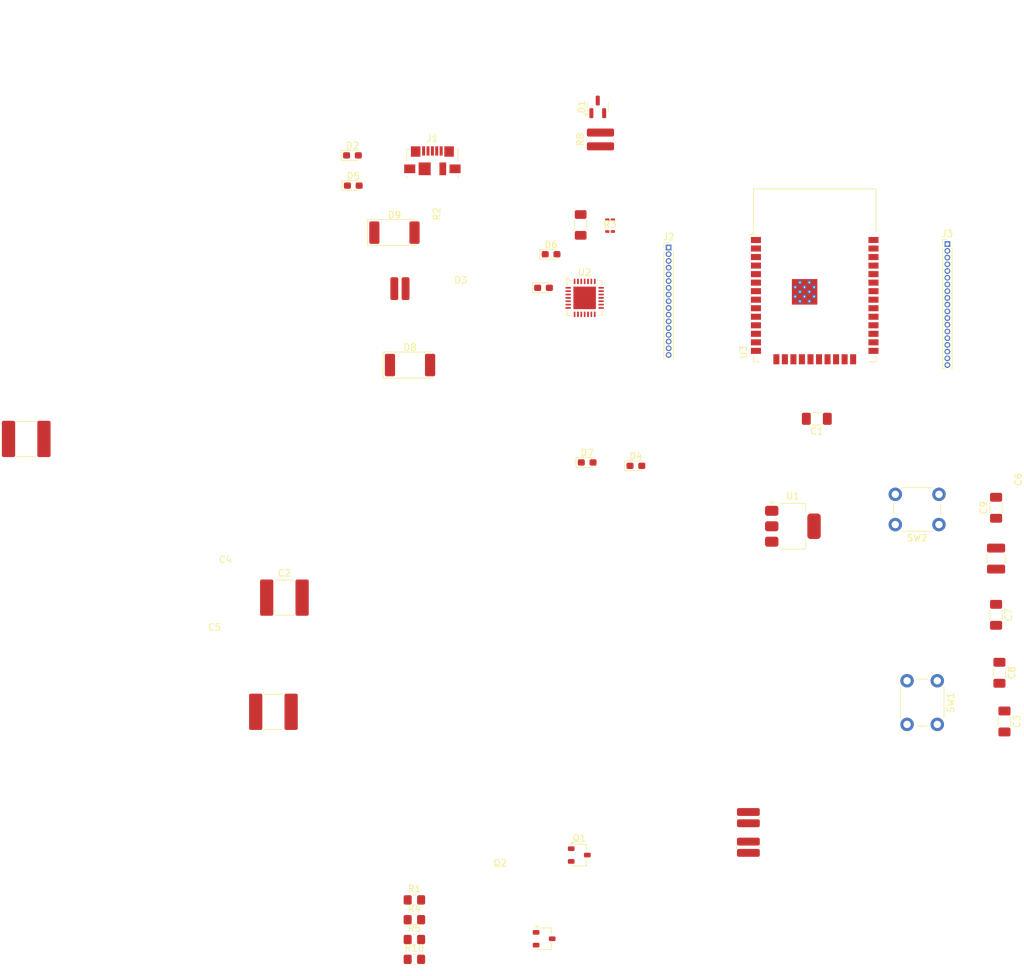
<source format=kicad_pcb>
(kicad_pcb (version 20240108) (generator "pcbnew") (generator_version "8.0")
  (layers (0 "F.Cu" signal) (31 "B.Cu" signal) (34 "B.Paste" user) (35 "F.Paste" user) (36 "B.SilkS" user "B.Silkscreen") (37 "F.SilkS" user "F.Silkscreen") (38 "B.Mask" user) (39 "F.Mask" user) (44 "Edge.Cuts" user))
  (net 0 "")
  (net 1 "/USB_DN")
  (net 2 "Net-(D2-K)")
  (net 3 "Net-(D3-K)")
  (net 4 "/USB_DP")
  (net 5 "Net-(D1A-A)")
  (net 6 "Net-(D4-K)")
  (net 7 "GND")
  (net 8 "+5V")
  (net 9 "/VDD33")
  (net 11 "Net-(U2-~{RST})")
  (net 12 "/TXD")
  (net 14 "/DTR")
  (net 16 "Net-(U2-VBUS)")
  (net 19 "Net-(U2-SUSPEND)")
  (net 20 "/RXD")
  (net 23 "/RTS")
  (net 29 "/VDD3")
  (net 34 "/SD3")
  (net 35 "/IO13")
  (net 36 "/IO25")
  (net 37 "/IO21")
  (net 38 "/CMD")
  (net 40 "/IO35")
  (net 41 "Net-(U3-IO2)")
  (net 42 "/IO15")
  (net 43 "/IO23")
  (net 44 "/IO16")
  (net 45 "/IO26")
  (net 46 "/EN")
  (net 47 "/IO18")
  (net 48 "/IO22")
  (net 49 "/CLK")
  (net 50 "/IO19")
  (net 51 "/IO27")
  (net 52 "/SD1")
  (net 53 "/IO32")
  (net 54 "/IO34")
  (net 55 "/SD0")
  (net 56 "/IO12")
  (net 57 "/IO14")
  (net 58 "/TXD0")
  (net 59 "/IO4")
  (net 60 "/IO5")
  (net 61 "/RXD0")
  (net 62 "/IO0")
  (net 63 "/SENSOR_VN")
  (net 64 "/IO17")
  (net 65 "/IO33")
  (net 66 "/SD2")
  (net 67 "/SENSOR_VP")
  (net 68 "5V")
  (net 69 "Net-(D8-A)")
  (net 70 "Net-(D9-A)")
  (net 72 "/IO2")
  (net 73 "Net-(Q1-B)")
  (net 74 "Net-(Q2-B)")
  (net 75 "/I00")
  (net 76 "/VBUS")
  (footprint "Resistor_SMD:R_0805_2012Metric_Pad1.20x1.40mm_HandSolder" (layer "F.Cu") (at 80.15 177.625)
    (property "Reference" "R1" (at 0 -1.65 0) (layer "F.SilkS"))
    (property "Value" "10k")
    (fp_line (start -0.227064 -0.735) (end 0.227064 -0.735) (stroke (width 0.12)) (layer "F.SilkS"))
    (fp_line (start -0.227064 0.735) (end 0.227064 0.735) (stroke (width 0.12)) (layer "F.SilkS"))
    (pad "1" smd roundrect (at -1 0) (size 1.2 1.4) (layers "F.Cu" "F.Paste" "F.Mask") (roundrect_rratio 0.208333) (net 9 "/VDD33"))
    (pad "2" smd roundrect (at 1 0) (size 1.2 1.4) (layers "F.Cu" "F.Paste" "F.Mask") (roundrect_rratio 0.208333) (net 46 "/EN"))
  )
  (footprint "Package_TO_SOT_SMD:SOT-223-3_TabPin2" (layer "F.Cu") (at 136.5 122)
    (property "Reference" "U1" (at 0 -4.5 360) (layer "F.SilkS"))
    (property "Value" "AMS1117-3.3")
    (fp_line (start -1.85 -3.41) (end 1.91 -3.41) (stroke (width 0.12)) (layer "F.SilkS"))
    (fp_line (start -1.85 3.41) (end 1.91 3.41) (stroke (width 0.12)) (layer "F.SilkS"))
    (fp_line (start 1.91 -3.41) (end 1.91 -2.15) (stroke (width 0.12)) (layer "F.SilkS"))
    (fp_line (start 1.91 3.41) (end 1.91 2.15) (stroke (width 0.12)) (layer "F.SilkS"))
    (fp_poly (pts (xy -3.13 -3.31) (xy -3.37 -3.64) (xy -2.89 -3.64) (xy -3.13 -3.31)) (stroke (width 0.12)) (fill solid) (layer "F.SilkS"))
    (pad "1" smd roundrect (at -3.15 -2.3) (size 2 1.5) (layers "F.Cu" "F.Paste" "F.Mask") (net 7 "GND"))
    (pad "2" smd roundrect (at -3.15 0) (size 2 1.5) (layers "F.Cu" "F.Paste" "F.Mask") (net 9 "/VDD33"))
    (pad "2" smd roundrect (at 3.15 0) (size 2 3.8) (layers "F.Cu" "F.Paste" "F.Mask") (net 9 "/VDD33"))
    (pad "3" smd roundrect (at -3.15 2.3) (size 2 1.5) (layers "F.Cu" "F.Paste" "F.Mask") (net 8 "+5V"))
  )
  (footprint "Diode_SMD:D_0603_1608Metric_Pad1.05x0.95mm_HandSolder" (layer "F.Cu") (at 70.93 66.785)
    (property "Reference" "D2" (at 0 -1.43 0) (layer "F.SilkS"))
    (property "Value" "1N53xxB")
    (fp_line (start -1.66 -0.735) (end -1.66 0.735) (stroke (width 0.12)) (layer "F.SilkS"))
    (fp_line (start -1.66 0.735) (end 0.8 0.735) (stroke (width 0.12)) (layer "F.SilkS"))
    (fp_line (start 0.8 -0.735) (end -1.66 -0.735) (stroke (width 0.12)) (layer "F.SilkS"))
    (pad "1" smd roundrect (at -0.875 0) (size 1.05 0.95) (layers "F.Cu" "F.Paste" "F.Mask") (net 2 "Net-(D2-K)"))
    (pad "2" smd roundrect (at 0.875 0) (size 1.05 0.95) (layers "F.Cu" "F.Paste" "F.Mask") (net 1 "/USB_DN"))
  )
  (footprint "Capacitor_SMD:C_1206_3216Metric_Pad1.33x1.80mm_HandSolder" (layer "F.Cu") (at 167.25 143.8125 -90)
    (property "Reference" "C8" (at 0 -1.85 90) (layer "F.SilkS"))
    (property "Value" "0.1uF")
    (fp_line (start -0.711252 0.91) (end 0.711252 0.91) (stroke (width 0.12)) (layer "F.SilkS"))
    (fp_line (start -0.711252 -0.91) (end 0.711252 -0.91) (stroke (width 0.12)) (layer "F.SilkS"))
    (pad "1" smd roundrect (at -1.5625 0 270) (size 1.325 1.8) (layers "F.Cu" "F.Paste" "F.Mask") (roundrect_rratio 0.188679) (net 7 "GND"))
    (pad "2" smd roundrect (at 1.5625 0 270) (size 1.325 1.8) (layers "F.Cu" "F.Paste" "F.Mask") (roundrect_rratio 0.188679) (net 62 "/IO0"))
  )
  (footprint "Capacitor_SMD:C_1206_3216Metric_Pad1.33x1.80mm_HandSolder" (layer "F.Cu") (at 140.0625 106 180)
    (property "Reference" "C1" (at 0 -1.85 360) (layer "F.SilkS"))
    (property "Value" "0.1uF")
    (fp_line (start -0.711252 0.91) (end 0.711252 0.91) (stroke (width 0.12)) (layer "F.SilkS"))
    (fp_line (start -0.711252 -0.91) (end 0.711252 -0.91) (stroke (width 0.12)) (layer "F.SilkS"))
    (pad "1" smd roundrect (at -1.5625 0 180) (size 1.325 1.8) (layers "F.Cu" "F.Paste" "F.Mask") (roundrect_rratio 0.188679) (net 46 "/EN"))
    (pad "2" smd roundrect (at 1.5625 0 180) (size 1.325 1.8) (layers "F.Cu" "F.Paste" "F.Mask") (roundrect_rratio 0.188679) (net 7 "GND"))
  )
  (footprint "Capacitor_SMD:C_2220_5750Metric_Pad1.97x5.40mm_HandSolder" (layer "F.Cu") (at 59.1625 149.625)
    (property "Reference" "C5" (at -8.775 -12.6 0) (layer "F.SilkS"))
    (property "Value" "22uF")
    (fp_line (start -1.415748 -2.61) (end 1.415748 -2.61) (stroke (width 0.12)) (layer "F.SilkS"))
    (fp_line (start -1.415748 2.61) (end 1.415748 2.61) (stroke (width 0.12)) (layer "F.SilkS"))
    (pad "1" smd roundrect (at -2.6375 0) (size 1.975 5.4) (layers "F.Cu" "F.Paste" "F.Mask") (roundrect_rratio 0.126582) (net 9 "/VDD33"))
    (pad "2" smd roundrect (at 2.6375 0) (size 1.975 5.4) (layers "F.Cu" "F.Paste" "F.Mask") (roundrect_rratio 0.126582) (net 7 "GND"))
  )
  (footprint "Capacitor_SMD:C_1206_3216Metric_Pad1.33x1.80mm_HandSolder" (layer "F.Cu") (at 168 151.0625 -90)
    (property "Reference" "C3" (at 0 -1.85 90) (layer "F.SilkS"))
    (property "Value" "0.1uF")
    (fp_line (start -0.711252 0.91) (end 0.711252 0.91) (stroke (width 0.12)) (layer "F.SilkS"))
    (fp_line (start -0.711252 -0.91) (end 0.711252 -0.91) (stroke (width 0.12)) (layer "F.SilkS"))
    (pad "1" smd roundrect (at -1.5625 0 270) (size 1.325 1.8) (layers "F.Cu" "F.Paste" "F.Mask") (roundrect_rratio 0.188679) (net 9 "/VDD33"))
    (pad "2" smd roundrect (at 1.5625 0 270) (size 1.325 1.8) (layers "F.Cu" "F.Paste" "F.Mask") (roundrect_rratio 0.188679) (net 7 "GND"))
  )
  (footprint "Capacitor_SMD:C_1210_3225Metric_Pad1.33x2.70mm_HandSolder" (layer "F.Cu") (at 166.75 126.8125 -90)
    (property "Reference" "C6" (at -11.78 -3.315 90) (layer "F.SilkS"))
    (property "Value" "4.7uF")
    (fp_line (start -0.711252 1.36) (end 0.711252 1.36) (stroke (width 0.12)) (layer "F.SilkS"))
    (fp_line (start -0.711252 -1.36) (end 0.711252 -1.36) (stroke (width 0.12)) (layer "F.SilkS"))
    (pad "1" smd roundrect (at -1.5625 0 270) (size 1.325 2.7) (layers "F.Cu" "F.Paste" "F.Mask") (roundrect_rratio 0.188679) (net 29 "/VDD3"))
    (pad "2" smd roundrect (at 1.5625 0 270) (size 1.325 2.7) (layers "F.Cu" "F.Paste" "F.Mask") (roundrect_rratio 0.188679) (net 7 "GND"))
  )
  (footprint "Resistor_SMD:R_0612_1632Metric_Pad1.18x3.40mm_HandSolder" (layer "F.Cu") (at 129.875 165.3775 90)
    (property "Reference" "R9" (hide yes))
    (property "Value" "2k")
    (fp_line (start -0.182983 -1.71) (end 0.182983 -1.71) (stroke (width 0.12)) (layer "F.SilkS"))
    (fp_line (start -0.182983 1.71) (end 0.182983 1.71) (stroke (width 0.12)) (layer "F.SilkS"))
    (pad "1" smd roundrect (at -0.8375 0 90) (size 1.175 3.4) (layers "F.Cu" "F.Paste" "F.Mask") (roundrect_rratio 0.212766) (net 9 "/VDD33"))
    (pad "2" smd roundrect (at 0.8375 0 90) (size 1.175 3.4) (layers "F.Cu" "F.Paste" "F.Mask") (roundrect_rratio 0.212766) (net 11 "Net-(U2-~{RST})"))
  )
  (footprint "Capacitor_SMD:C_1206_3216Metric_Pad1.33x1.80mm_HandSolder" (layer "F.Cu") (at 166.75 135.1875 -90)
    (property "Reference" "C7" (at 0 -1.85 90) (layer "F.SilkS"))
    (property "Value" "0.1uF")
    (fp_line (start -0.711252 0.91) (end 0.711252 0.91) (stroke (width 0.12)) (layer "F.SilkS"))
    (fp_line (start -0.711252 -0.91) (end 0.711252 -0.91) (stroke (width 0.12)) (layer "F.SilkS"))
    (pad "1" smd roundrect (at -1.5625 0 270) (size 1.325 1.8) (layers "F.Cu" "F.Paste" "F.Mask") (roundrect_rratio 0.188679) (net 29 "/VDD3"))
    (pad "2" smd roundrect (at 1.5625 0 270) (size 1.325 1.8) (layers "F.Cu" "F.Paste" "F.Mask") (roundrect_rratio 0.188679) (net 7 "GND"))
  )
  (footprint "Diode_SMD:D_0603_1608Metric_Pad1.05x0.95mm_HandSolder" (layer "F.Cu") (at 113.125 113)
    (property "Reference" "D4" (at 0 -1.43 0) (layer "F.SilkS"))
    (property "Value" "1N53xxB")
    (fp_line (start -1.66 -0.735) (end -1.66 0.735) (stroke (width 0.12)) (layer "F.SilkS"))
    (fp_line (start -1.66 0.735) (end 0.8 0.735) (stroke (width 0.12)) (layer "F.SilkS"))
    (fp_line (start 0.8 -0.735) (end -1.66 -0.735) (stroke (width 0.12)) (layer "F.SilkS"))
    (pad "1" smd roundrect (at -0.875 0) (size 1.05 0.95) (layers "F.Cu" "F.Paste" "F.Mask") (net 6 "Net-(D4-K)"))
    (pad "2" smd roundrect (at 0.875 0) (size 1.05 0.95) (layers "F.Cu" "F.Paste" "F.Mask") (net 5 "Net-(D1A-A)"))
  )
  (footprint "Button_Switch_THT:SW_PUSH_6mm_H4.3mm" (layer "F.Cu") (at 158.25 121.75 180)
    (property "Reference" "SW2" (at 3.25 -2 360) (layer "F.SilkS"))
    (property "Value" "SW_Push")
    (fp_line (start 6.75 3) (end 6.75 1.5) (stroke (width 0.12)) (layer "F.SilkS"))
    (fp_line (start 5.5 -1) (end 1 -1) (stroke (width 0.12)) (layer "F.SilkS"))
    (fp_line (start 1 5.5) (end 5.5 5.5) (stroke (width 0.12)) (layer "F.SilkS"))
    (fp_line (start -0.25 1.5) (end -0.25 3) (stroke (width 0.12)) (layer "F.SilkS"))
    (pad "1" thru_hole circle (at 0 0 270) (size 2 2) (drill 1.1) (layers "*.Cu" "*.Mask") (net 7 "GND"))
    (pad "1" thru_hole circle (at 6.5 0 270) (size 2 2) (drill 1.1) (layers "*.Cu" "*.Mask") (net 7 "GND"))
    (pad "2" thru_hole circle (at 0 4.5 270) (size 2 2) (drill 1.1) (layers "*.Cu" "*.Mask") (net 46 "/EN"))
    (pad "2" thru_hole circle (at 6.5 4.5 270) (size 2 2) (drill 1.1) (layers "*.Cu" "*.Mask") (net 46 "/EN"))
  )
  (footprint "Resistor_SMD:R_0201_0603Metric_Pad0.64x0.40mm_HandSolder" (layer "F.Cu") (at 109.285 76.37)
    (property "Reference" "R2" (at -25.785 -0.87 90) (layer "F.SilkS"))
    (property "Value" "100")
    (pad "1" smd roundrect (at -0.4075 0) (size 0.635 0.4) (layers "F.Cu" "F.Mask") (net 58 "/TXD0"))
    (pad "2" smd roundrect (at 0.4075 0) (size 0.635 0.4) (layers "F.Cu" "F.Mask") (net 20 "/RXD"))
  )
  (footprint "Resistor_SMD:R_0815_2038Metric_Pad1.20x4.05mm_HandSolder" (layer "F.Cu") (at 107.855 64.4125 90)
    (property "Reference" "R8" (at 0 -2.98 90) (layer "F.SilkS"))
    (property "Value" "22.1k")
    (fp_line (start -0.210242 -1.985) (end 0.210242 -1.985) (stroke (width 0.12)) (layer "F.SilkS"))
    (fp_line (start -0.210242 1.985) (end 0.210242 1.985) (stroke (width 0.12)) (layer "F.SilkS"))
    (pad "1" smd roundrect (at -1.025 0 90) (size 1.2 4.05) (layers "F.Cu" "F.Paste" "F.Mask") (roundrect_rratio 0.208333) (net 76 "/VBUS"))
    (pad "2" smd roundrect (at 1.025 0 90) (size 1.2 4.05) (layers "F.Cu" "F.Paste" "F.Mask") (roundrect_rratio 0.208333) (net 16 "Net-(U2-VBUS)"))
  )
  (footprint "LED_SMD:LED_2512_6332Metric_Pad1.52x3.35mm_HandSolder" (layer "F.Cu") (at 79.5 98)
    (property "Reference" "D8" (at 0 -2.62 0) (layer "F.SilkS"))
    (property "Value" "LED")
    (fp_line (start -4.01 -1.935) (end -4.01 1.935) (stroke (width 0.12)) (layer "F.SilkS"))
    (fp_line (start -4.01 1.935) (end 3.15 1.935) (stroke (width 0.12)) (layer "F.SilkS"))
    (fp_line (start 3.15 -1.935) (end -4.01 -1.935) (stroke (width 0.12)) (layer "F.SilkS"))
    (pad "1" smd roundrect (at -2.9875 0) (size 1.525 3.35) (layers "F.Cu" "F.Paste" "F.Mask") (roundrect_rratio 0.163934) (net 7 "GND"))
    (pad "2" smd roundrect (at 2.9875 0) (size 1.525 3.35) (layers "F.Cu" "F.Paste" "F.Mask") (roundrect_rratio 0.163934) (net 69 "Net-(D8-A)"))
  )
  (footprint "Diode_SMD:D_0603_1608Metric_Pad1.05x0.95mm_HandSolder" (layer "F.Cu") (at 71.055 71.285)
    (property "Reference" "D5" (at 0 -1.43 0) (layer "F.SilkS"))
    (property "Value" "1N53xxB")
    (fp_line (start -1.66 -0.735) (end -1.66 0.735) (stroke (width 0.12)) (layer "F.SilkS"))
    (fp_line (start -1.66 0.735) (end 0.8 0.735) (stroke (width 0.12)) (layer "F.SilkS"))
    (fp_line (start 0.8 -0.735) (end -1.66 -0.735) (stroke (width 0.12)) (layer "F.SilkS"))
    (pad "1" smd roundrect (at -0.875 0) (size 1.05 0.95) (layers "F.Cu" "F.Paste" "F.Mask") (net 2 "Net-(D2-K)"))
    (pad "2" smd roundrect (at 0.875 0) (size 1.05 0.95) (layers "F.Cu" "F.Paste" "F.Mask") (net 7 "GND"))
  )
  (footprint "Package_TO_SOT_SMD:SOT-23W" (layer "F.Cu") (at 99.47 183.41)
    (property "Reference" "Q2" (at -6.55 -11.26 0) (layer "F.SilkS"))
    (property "Value" "NPN")
    (fp_line (start -1.075 1.61) (end 1.075 1.61) (stroke (width 0.12)) (layer "F.SilkS"))
    (fp_line (start -0.525 -1.61) (end 1.075 -1.61) (stroke (width 0.12)) (layer "F.SilkS"))
    (fp_line (start 1.075 -1.61) (end 1.075 -0.7) (stroke (width 0.12)) (layer "F.SilkS"))
    (fp_line (start 1.075 0.7) (end 1.075 1.61) (stroke (width 0.12)) (layer "F.SilkS"))
    (fp_poly (pts (xy -1.025 -1.56) (xy -1.265 -1.89) (xy -0.785 -1.89) (xy -1.025 -1.56)) (stroke (width 0.12)) (fill solid) (layer "F.SilkS"))
    (pad "1" smd roundrect (at -1.2 -0.95) (size 1 0.7) (layers "F.Cu" "F.Paste" "F.Mask") (net 75 "/I00"))
    (pad "2" smd roundrect (at -1.2 0.95) (size 1 0.7) (layers "F.Cu" "F.Paste" "F.Mask") (net 74 "Net-(Q2-B)"))
    (pad "3" smd roundrect (at 1.2 0) (size 1 0.7) (layers "F.Cu" "F.Paste" "F.Mask") (net 14 "/DTR"))
  )
  (footprint "Capacitor_SMD:C_1206_3216Metric_Pad1.33x1.80mm_HandSolder" (layer "F.Cu") (at 166.75 119.25 90)
    (property "Reference" "C9" (at 0 -1.85 90) (layer "F.SilkS"))
    (property "Value" "0.1uF")
    (fp_line (start -0.711252 -0.91) (end 0.711252 -0.91) (stroke (width 0.12)) (layer "F.SilkS"))
    (fp_line (start -0.711252 0.91) (end 0.711252 0.91) (stroke (width 0.12)) (layer "F.SilkS"))
    (pad "1" smd roundrect (at -1.5625 0 90) (size 1.325 1.8) (layers "F.Cu" "F.Paste" "F.Mask") (roundrect_rratio 0.188679) (net 7 "GND"))
    (pad "2" smd roundrect (at 1.5625 0 90) (size 1.325 1.8) (layers "F.Cu" "F.Paste" "F.Mask") (roundrect_rratio 0.188679) (net 46 "/EN"))
  )
  (footprint "Resistor_SMD:R_0805_2012Metric_Pad1.20x1.40mm_HandSolder" (layer "F.Cu") (at 80.15 180.575)
    (property "Reference" "R4" (at 0 -1.65 0) (layer "F.SilkS"))
    (property "Value" "10k")
    (fp_line (start -0.227064 -0.735) (end 0.227064 -0.735) (stroke (width 0.12)) (layer "F.SilkS"))
    (fp_line (start -0.227064 0.735) (end 0.227064 0.735) (stroke (width 0.12)) (layer "F.SilkS"))
    (pad "1" smd roundrect (at -1 0) (size 1.2 1.4) (layers "F.Cu" "F.Paste" "F.Mask") (roundrect_rratio 0.208333) (net 14 "/DTR"))
    (pad "2" smd roundrect (at 1 0) (size 1.2 1.4) (layers "F.Cu" "F.Paste" "F.Mask") (roundrect_rratio 0.208333) (net 73 "Net-(Q1-B)"))
  )
  (footprint "LED_SMD:LED_2512_6332Metric_Pad1.52x3.35mm_HandSolder" (layer "F.Cu") (at 77.18 78.285)
    (property "Reference" "D9" (at 0 -2.62 360) (layer "F.SilkS"))
    (property "Value" "LED")
    (fp_line (start -4.01 -1.935) (end -4.01 1.935) (stroke (width 0.12)) (layer "F.SilkS"))
    (fp_line (start -4.01 1.935) (end 3.15 1.935) (stroke (width 0.12)) (layer "F.SilkS"))
    (fp_line (start 3.15 -1.935) (end -4.01 -1.935) (stroke (width 0.12)) (layer "F.SilkS"))
    (pad "1" smd roundrect (at -2.9875 0) (size 1.525 3.35) (layers "F.Cu" "F.Paste" "F.Mask") (roundrect_rratio 0.163934) (net 7 "GND"))
    (pad "2" smd roundrect (at 2.9875 0) (size 1.525 3.35) (layers "F.Cu" "F.Paste" "F.Mask") (roundrect_rratio 0.163934) (net 70 "Net-(D9-A)"))
  )
  (footprint "Package_TO_SOT_SMD:SOT-23W" (layer "F.Cu") (at 104.7 170.95)
    (property "Reference" "Q1" (at 0 -2.5 0) (layer "F.SilkS"))
    (property "Value" "NPN")
    (fp_line (start -1.075 1.61) (end 1.075 1.61) (stroke (width 0.12)) (layer "F.SilkS"))
    (fp_line (start -0.525 -1.61) (end 1.075 -1.61) (stroke (width 0.12)) (layer "F.SilkS"))
    (fp_line (start 1.075 -1.61) (end 1.075 -0.7) (stroke (width 0.12)) (layer "F.SilkS"))
    (fp_line (start 1.075 0.7) (end 1.075 1.61) (stroke (width 0.12)) (layer "F.SilkS"))
    (fp_poly (pts (xy -1.025 -1.56) (xy -1.265 -1.89) (xy -0.785 -1.89) (xy -1.025 -1.56)) (stroke (width 0.12)) (fill solid) (layer "F.SilkS"))
    (pad "1" smd roundrect (at -1.2 -0.95) (size 1 0.7) (layers "F.Cu" "F.Paste" "F.Mask") (net 46 "/EN"))
    (pad "2" smd roundrect (at -1.2 0.95) (size 1 0.7) (layers "F.Cu" "F.Paste" "F.Mask") (net 73 "Net-(Q1-B)"))
    (pad "3" smd roundrect (at 1.2 0) (size 1 0.7) (layers "F.Cu" "F.Paste" "F.Mask") (net 23 "/RTS"))
  )
  (footprint "Resistor_SMD:R_0612_1632Metric_Pad1.18x3.40mm_HandSolder" (layer "F.Cu") (at 129.875 169.7875 90)
    (property "Reference" "R6" (hide yes))
    (property "Value" "2k")
    (fp_line (start -0.182983 -1.71) (end 0.182983 -1.71) (stroke (width 0.12)) (layer "F.SilkS"))
    (fp_line (start -0.182983 1.71) (end 0.182983 1.71) (stroke (width 0.12)) (layer "F.SilkS"))
    (pad "1" smd roundrect (at -0.8375 0 90) (size 1.175 3.4) (layers "F.Cu" "F.Paste" "F.Mask") (roundrect_rratio 0.212766) (net 8 "+5V"))
    (pad "2" smd roundrect (at 0.8375 0 90) (size 1.175 3.4) (layers "F.Cu" "F.Paste" "F.Mask") (roundrect_rratio 0.212766) (net 69 "Net-(D8-A)"))
  )
  (footprint "Connector_PinHeader_1.00mm:PinHeader_1x19_P1.00mm_Vertical" (layer "F.Cu") (at 159.5 80)
    (property "Reference" "J3" (at 0 -1.56 0) (layer "F.SilkS"))
    (property "Value" "Conn_01x19_Pin")
    (fp_line (start -0.695 -0.685) (end 0 -0.685) (stroke (width 0.12)) (layer "F.SilkS"))
    (fp_line (start -0.695 0) (end -0.695 -0.685) (stroke (width 0.12)) (layer "F.SilkS"))
    (fp_line (start -0.695 0.685) (end -0.695 18.56) (stroke (width 0.12)) (layer "F.SilkS"))
    (fp_line (start -0.695 0.685) (end -0.608276 0.685) (stroke (width 0.12)) (layer "F.SilkS"))
    (fp_line (start -0.695 18.56) (end -0.394493 18.56) (stroke (width 0.12)) (layer "F.SilkS"))
    (fp_line (start 0.394493 18.56) (end 0.695 18.56) (stroke (width 0.12)) (layer "F.SilkS"))
    (fp_line (start 0.608276 0.685) (end 0.695 0.685) (stroke (width 0.12)) (layer "F.SilkS"))
    (fp_line (start 0.695 0.685) (end 0.695 18.56) (stroke (width 0.12)) (layer "F.SilkS"))
    (pad "1" thru_hole rect (at 0 0) (size 0.85 0.85) (drill 0.5) (layers "*.Cu" "*.Mask") (net 7 "GND"))
    (pad "2" thru_hole oval (at 0 1) (size 0.85 0.85) (drill 0.5) (layers "*.Cu" "*.Mask") (net 43 "/IO23"))
    (pad "3" thru_hole oval (at 0 2) (size 0.85 0.85) (drill 0.5) (layers "*.Cu" "*.Mask") (net 48 "/IO22"))
    (pad "4" thru_hole oval (at 0 3) (size 0.85 0.85) (drill 0.5) (layers "*.Cu" "*.Mask") (net 58 "/TXD0"))
    (pad "5" thru_hole oval (at 0 4) (size 0.85 0.85) (drill 0.5) (layers "*.Cu" "*.Mask") (net 61 "/RXD0"))
    (pad "6" thru_hole oval (at 0 5) (size 0.85 0.85) (drill 0.5) (layers "*.Cu" "*.Mask") (net 37 "/IO21"))
    (pad "7" thru_hole oval (at 0 6) (size 0.85 0.85) (drill 0.5) (layers "*.Cu" "*.Mask") (net 7 "GND"))
    (pad "8" thru_hole oval (at 0 7) (size 0.85 0.85) (drill 0.5) (layers "*.Cu" "*.Mask") (net 50 "/IO19"))
    (pad "9" thru_hole oval (at 0 8) (size 0.85 0.85) (drill 0.5) (layers "*.Cu" "*.Mask") (net 47 "/IO18"))
    (pad "10" thru_hole oval (at 0 9) (size 0.85 0.85) (drill 0.5) (layers "*.Cu" "*.Mask") (net 60 "/IO5"))
    (pad "11" thru_hole oval (at 0 10) (size 0.85 0.85) (drill 0.5) (layers "*.Cu" "*.Mask") (net 64 "/IO17"))
    (pad "12" thru_hole oval (at 0 11) (size 0.85 0.85) (drill 0.5) (layers "*.Cu" "*.Mask") (net 44 "/IO16"))
    (pad "13" thru_hole oval (at 0 12) (size 0.85 0.85) (drill 0.5) (layers "*.Cu" "*.Mask") (net 59 "/IO4"))
    (pad "14" thru_hole oval (at 0 13) (size 0.85 0.85) (drill 0.5) (layers "*.Cu" "*.Mask") (net 62 "/IO0"))
    (pad "15" thru_hole oval (at 0 14) (size 0.85 0.85) (drill 0.5) (layers "*.Cu" "*.Mask") (net 72 "/IO2"))
    (pad "16" thru_hole oval (at 0 15) (size 0.85 0.85) (drill 0.5) (layers "*.Cu" "*.Mask") (net 42 "/IO15"))
    (pad "17" thru_hole oval (at 0 16) (size 0.85 0.85) (drill 0.5) (layers "*.Cu" "*.Mask") (net 52 "/SD1"))
    (pad "18" thru_hole oval (at 0 17) (size 0.85 0.85) (drill 0.5) (layers "*.Cu" "*.Mask") (net 55 "/SD0"))
    (pad "19" thru_hole oval (at 0 18) (size 0.85 0.85) (drill 0.5) (layers "*.Cu" "*.Mask") (net 49 "/CLK"))
  )
  (footprint "RF_Module:ESP32-WROOM-32D" (layer "F.Cu") (at 139.75 87.63)
    (property "Reference" "U3" (at -10.61 8.43 90) (layer "F.SilkS"))
    (property "Value" "ESP32-WROOM-32D")
    (fp_line (start -9.12 -15.86) (end -9.12 -9.7) (stroke (width 0.12)) (layer "F.SilkS"))
    (fp_line (start -9.12 -15.86) (end 9.12 -15.86) (stroke (width 0.12)) (layer "F.SilkS"))
    (fp_line (start -9.12 9.1) (end -9.12 9.88) (stroke (width 0.12)) (layer "F.SilkS"))
    (fp_line (start -9.12 9.88) (end -8.12 9.88) (stroke (width 0.12)) (layer "F.SilkS"))
    (fp_line (start 9.12 -15.86) (end 9.12 -9.445) (stroke (width 0.12)) (layer "F.SilkS"))
    (fp_line (start 9.12 9.1) (end 9.12 9.88) (stroke (width 0.12)) (layer "F.SilkS"))
    (fp_line (start 9.12 9.88) (end 8.12 9.88) (stroke (width 0.12)) (layer "F.SilkS"))
    (fp_poly (pts (xy -9.125 -8.975) (xy -9.625 -8.975) (xy -9.125 -9.475) (xy -9.125 -8.975)) (stroke (width 0.12)) (fill solid) (layer "F.SilkS"))
    (pad "1" smd rect (at -8.75 -8.25) (size 1.5 0.9) (layers "F.Cu" "F.Paste" "F.Mask") (net 7 "GND"))
    (pad "2" smd rect (at -8.75 -6.98) (size 1.5 0.9) (layers "F.Cu" "F.Paste" "F.Mask") (net 9 "/VDD33"))
    (pad "3" smd rect (at -8.75 -5.71) (size 1.5 0.9) (layers "F.Cu" "F.Paste" "F.Mask") (net 46 "/EN"))
    (pad "4" smd rect (at -8.75 -4.44) (size 1.5 0.9) (layers "F.Cu" "F.Paste" "F.Mask") (net 67 "/SENSOR_VP"))
    (pad "5" smd rect (at -8.75 -3.17) (size 1.5 0.9) (layers "F.Cu" "F.Paste" "F.Mask") (net 63 "/SENSOR_VN"))
    (pad "6" smd rect (at -8.75 -1.9) (size 1.5 0.9) (layers "F.Cu" "F.Paste" "F.Mask") (net 54 "/IO34"))
    (pad "7" smd rect (at -8.75 -0.63) (size 1.5 0.9) (layers "F.Cu" "F.Paste" "F.Mask") (net 40 "/IO35"))
    (pad "8" smd rect (at -8.75 0.64) (size 1.5 0.9) (layers "F.Cu" "F.Paste" "F.Mask") (net 53 "/IO32"))
    (pad "9" smd rect (at -8.75 1.91) (size 1.5 0.9) (layers "F.Cu" "F.Paste" "F.Mask") (net 65 "/IO33"))
    (pad "10" smd rect (at -8.75 3.18) (size 1.5 0.9) (layers "F.Cu" "F.Paste" "F.Mask") (net 36 "/IO25"))
    (pad "11" smd rect (at -8.75 4.45) (size 1.5 0.9) (layers "F.Cu" "F.Paste" "F.Mask") (net 45 "/IO26"))
    (pad "12" smd rect (at -8.75 5.72) (size 1.5 0.9) (layers "F.Cu" "F.Paste" "F.Mask") (net 51 "/IO27"))
    (pad "13" smd rect (at -8.75 6.99) (size 1.5 0.9) (layers "F.Cu" "F.Paste" "F.Mask") (net 57 "/IO14"))
    (pad "14" smd rect (at -8.75 8.26) (size 1.5 0.9) (layers "F.Cu" "F.Paste" "F.Mask") (net 56 "/IO12"))
    (pad "15" smd rect (at -5.71 9.51 90) (size 1.5 0.9) (layers "F.Cu" "F.Paste" "F.Mask") (net 7 "GND"))
    (pad "16" smd rect (at -4.44 9.51 90) (size 1.5 0.9) (layers "F.Cu" "F.Paste" "F.Mask") (net 35 "/IO13"))
    (pad "17" smd rect (at -3.17 9.51 90) (size 1.5 0.9) (layers "F.Cu" "F.Paste" "F.Mask") (net 66 "/SD2"))
    (pad "18" smd rect (at -1.9 9.51 90) (size 1.5 0.9) (layers "F.Cu" "F.Paste" "F.Mask") (net 34 "/SD3"))
    (pad "19" smd rect (at -0.63 9.51 90) (size 1.5 0.9) (layers "F.Cu" "F.Paste" "F.Mask") (net 38 "/CMD"))
    (pad "20" smd rect (at 0.64 9.51 90) (size 1.5 0.9) (layers "F.Cu" "F.Paste" "F.Mask") (net 49 "/CLK"))
    (pad "21" smd rect (at 1.91 9.51 90) (size 1.5 0.9) (layers "F.Cu" "F.Paste" "F.Mask") (net 55 "/SD0"))
    (pad "22" smd rect (at 3.18 9.51 90) (size 1.5 0.9) (layers "F.Cu" "F.Paste" "F.Mask") (net 52 "/SD1"))
    (pad "23" smd rect (at 4.45 9.51 90) (size 1.5 0.9) (layers "F.Cu" "F.Paste" "F.Mask") (net 42 "/IO15"))
    (pad "24" smd rect (at 5.72 9.51 90) (size 1.5 0.9) (layers "F.Cu" "F.Paste" "F.Mask") (net 41 "Net-(U3-IO2)"))
    (pad "25" smd rect (at 8.75 8.26) (size 1.5 0.9) (layers "F.Cu" "F.Paste" "F.Mask") (net 62 "/IO0"))
    (pad "26" smd rect (at 8.75 6.99) (size 1.5 0.9) (layers "F.Cu" "F.Paste" "F.Mask") (net 59 "/IO4"))
    (pad "27" smd rect (at 8.75 5.72) (size 1.5 0.9) (layers "F.Cu" "F.Paste" "F.Mask") (net 44 "/IO16"))
    (pad "28" smd rect (at 8.75 4.45) (size 1.5 0.9) (layers "F.Cu" "F.Paste" "F.Mask") (net 64 "/IO17"))
    (pad "29" smd rect (at 8.75 3.18) (size 1.5 0.9) (layers "F.Cu" "F.Paste" "F.Mask") (net 60 "/IO5"))
    (pad "30" smd rect (at 8.75 1.91) (size 1.5 0.9) (layers "F.Cu" "F.Paste" "F.Mask") (net 47 "/IO18"))
    (pad "31" smd rect (at 8.75 0.64) (size 1.5 0.9) (layers "F.Cu" "F.Paste" "F.Mask") (net 50 "/IO19"))
    (pad "32" smd rect (at 8.75 -0.63) (size 1.5 0.9) (layers "F.Cu" "F.Paste" "F.Mask"))
    (pad "33" smd rect (at 8.75 -1.9) (size 1.5 0.9) (layers "F.Cu" "F.Paste" "F.Mask") (net 37 "/IO21"))
    (pad "34" smd rect (at 8.75 -3.17) (size 1.5 0.9) (layers "F.Cu" "F.Paste" "F.Mask") (net 61 "/RXD0"))
    (pad "35" smd rect (at 8.75 -4.44) (size 1.5 0.9) (layers "F.Cu" "F.Paste" "F.Mask") (net 58 "/TXD0"))
    (pad "36" smd rect (at 8.75 -5.71) (size 1.5 0.9) (layers "F.Cu" "F.Paste" "F.Mask") (net 48 "/IO22"))
    (pad "37" smd rect (at 8.75 -6.98) (size 1.5 0.9) (layers "F.Cu" "F.Paste" "F.Mask") (net 43 "/IO23"))
    (pad "38" smd rect (at 8.75 -8.25) (size 1.5 0.9) (layers "F.Cu" "F.Paste" "F.Mask") (net 7 "GND"))
    (pad "39" smd rect (at -2.9 -1.93) (size 0.9 0.9) (layers "F.Cu" "F.Paste") (net 7 "GND"))
    (pad "39" thru_hole circle (at -2.9 -1.23) (size 0.6 0.6) (drill 0.2) (property pad_prop_heatsink) (layers "*.Cu" "F.Mask") (net 7 "GND"))
    (pad "39" smd rect (at -2.9 -0.53) (size 0.9 0.9) (layers "F.Cu" "F.Paste") (net 7 "GND"))
    (pad "39" thru_hole circle (at -2.9 0.17) (size 0.6 0.6) (drill 0.2) (property pad_prop_heatsink) (layers "*.Cu" "F.Mask") (net 7 "GND"))
    (pad "39" smd rect (at -2.9 0.87) (size 0.9 0.9) (layers "F.Cu" "F.Paste") (net 7 "GND"))
    (pad "39" thru_hole circle (at -2.2 -1.93) (size 0.6 0.6) (drill 0.2) (property pad_prop_heatsink) (layers "*.Cu" "F.Mask") (net 7 "GND"))
    (pad "39" thru_hole circle (at -2.2 -0.53) (size 0.6 0.6) (drill 0.2) (property pad_prop_heatsink) (layers "*.Cu" "F.Mask") (net 7 "GND"))
    (pad "39" thru_hole circle (at -2.2 0.87) (size 0.6 0.6) (drill 0.2) (property pad_prop_heatsink) (layers "*.Cu" "F.Mask") (net 7 "GND"))
    (pad "39" thru_hole circle (at -1.525 -1.23) (size 0.6 0.6) (drill 0.2) (property pad_prop_heatsink) (layers "*.Cu" "F.Mask") (net 7 "GND"))
    (pad "39" thru_hole circle (at -1.525 0.17) (size 0.6 0.6) (drill 0.2) (property pad_prop_heatsink) (layers "*.Cu" "F.Mask") (net 7 "GND"))
    (pad "39" smd rect (at -1.5 -1.93) (size 0.9 0.9) (layers "F.Cu" "F.Paste") (net 7 "GND"))
    (pad "39" smd rect (at -1.5 -0.53) (size 0.9 0.9) (layers "F.Cu" "F.Paste") (net 7 "GND"))
    (pad "39" smd rect (at -1.5 -0.53) (size 3.8 3.8) (property pad_prop_heatsink) (layers "F.Cu" "F.Mask") (net 7 "GND"))
    (pad "39" smd rect (at -1.5 0.87) (size 0.9 0.9) (layers "F.Cu" "F.Paste") (net 7 "GND"))
    (pad "39" thru_hole circle (at -0.8 -1.93) (size 0.6 0.6) (drill 0.2) (property pad_prop_heatsink) (layers "*.Cu" "F.Mask") (net 7 "GND"))
    (pad "39" thru_hole circle (at -0.8 -0.53) (size 0.6 0.6) (drill 0.2) (property pad_prop_heatsink) (layers "*.Cu" "F.Mask") (net 7 "GND"))
    (pad "39" thru_hole circle (at -0.8 0.87) (size 0.6 0.6) (drill 0.2) (property pad_prop_heatsink) (layers "*.Cu" "F.Mask") (net 7 "GND"))
    (pad "39" smd rect (at -0.1 -1.93) (size 0.9 0.9) (layers "F.Cu" "F.Paste") (net 7 "GND"))
    (pad "39" thru_hole circle (at -0.1 -1.23) (size 0.6 0.6) (drill 0.2) (property pad_prop_heatsink) (layers "*.Cu" "F.Mask") (net 7 "GND"))
    (pad "39" smd rect (at -0.1 -0.53) (size 0.9 0.9) (layers "F.Cu" "F.Paste") (net 7 "GND"))
    (pad "39" thru_hole circle (at -0.1 0.17) (size 0.6 0.6) (drill 0.2) (property pad_prop_heatsink) (layers "*.Cu" "F.Mask") (net 7 "GND"))
    (pad "39" smd rect (at -0.1 0.87) (size 0.9 0.9) (layers "F.Cu" "F.Paste") (net 7 "GND"))
  )
  (footprint "Resistor_SMD:R_0805_2012Metric_Pad1.20x1.40mm_HandSolder" (layer "F.Cu") (at 80.15 186.475)
    (property "Reference" "R10" (at 0 -1.65 0) (layer "F.SilkS"))
    (property "Value" "10k")
    (fp_line (start -0.227064 -0.735) (end 0.227064 -0.735) (stroke (width 0.12)) (layer "F.SilkS"))
    (fp_line (start -0.227064 0.735) (end 0.227064 0.735) (stroke (width 0.12)) (layer "F.SilkS"))
    (pad "1" smd roundrect (at -1 0) (size 1.2 1.4) (layers "F.Cu" "F.Paste" "F.Mask") (roundrect_rratio 0.208333) (net 7 "GND"))
    (pad "2" smd roundrect (at 1 0) (size 1.2 1.4) (layers "F.Cu" "F.Paste" "F.Mask") (roundrect_rratio 0.208333) (net 19 "Net-(U2-SUSPEND)"))
  )
  (footprint "Resistor_SMD:R_0805_2012Metric_Pad1.20x1.40mm_HandSolder" (layer "F.Cu") (at 80.15 183.525)
    (property "Reference" "R5" (at 0 -1.65 0) (layer "F.SilkS"))
    (property "Value" "10k")
    (fp_line (start -0.227064 -0.735) (end 0.227064 -0.735) (stroke (width 0.12)) (layer "F.SilkS"))
    (fp_line (start -0.227064 0.735) (end 0.227064 0.735) (stroke (width 0.12)) (layer "F.SilkS"))
    (pad "1" smd roundrect (at -1 0) (size 1.2 1.4) (layers "F.Cu" "F.Paste" "F.Mask") (roundrect_rratio 0.208333) (net 23 "/RTS"))
    (pad "2" smd roundrect (at 1 0) (size 1.2 1.4) (layers "F.Cu" "F.Paste" "F.Mask") (roundrect_rratio 0.208333) (net 74 "Net-(Q2-B)"))
  )
  (footprint "Connector_USB:USB_Micro-B_Molex_47346-0001" (layer "F.Cu") (at 82.83 67.585)
    (property "Reference" "J1" (at 0 -3.3 180) (layer "F.SilkS"))
    (property "Value" "USB_B_Micro")
    (fp_line (start -3.81 -1.71) (end -3.43 -1.71) (stroke (width 0.12)) (layer "F.SilkS"))
    (fp_line (start -3.81 0.06) (end -3.81 -1.71) (stroke (width 0.12)) (layer "F.SilkS"))
    (fp_line (start -3.81 2.6) (end -3.81 2.34) (stroke (width 0.12)) (layer "F.SilkS"))
    (fp_line (start 3.81 -1.71) (end 3.43 -1.71) (stroke (width 0.12)) (layer "F.SilkS"))
    (fp_line (start 3.81 -1.71) (end 3.81 0.06) (stroke (width 0.12)) (layer "F.SilkS"))
    (fp_line (start 3.81 2.34) (end 3.81 2.6) (stroke (width 0.12)) (layer "F.SilkS"))
    (pad "1" smd rect (at -1.3 -1.46) (size 0.45 1.38) (layers "F.Cu" "F.Paste" "F.Mask") (net 5 "Net-(D1A-A)"))
    (pad "2" smd rect (at -0.65 -1.46) (size 0.45 1.38) (layers "F.Cu" "F.Paste" "F.Mask") (net 1 "/USB_DN"))
    (pad "3" smd rect (at 0 -1.46) (size 0.45 1.38) (layers "F.Cu" "F.Paste" "F.Mask") (net 4 "/USB_DP"))
    (pad "4" smd rect (at 0.65 -1.46) (size 0.45 1.38) (layers "F.Cu" "F.Paste" "F.Mask"))
    (pad "5" smd rect (at 1.3 -1.46) (size 0.45 1.38) (layers "F.Cu" "F.Paste" "F.Mask") (net 7 "GND"))
    (pad "6" smd rect (at -3.375 1.2) (size 1.65 1.3) (layers "F.Cu" "F.Paste" "F.Mask") (net 7 "GND"))
    (pad "6" smd rect (at -2.4875 -1.375) (size 1.425 1.55) (layers "F.Cu" "F.Paste" "F.Mask") (net 7 "GND"))
    (pad "6" smd rect (at -1.15 1.2) (size 1.8 1.9) (layers "F.Cu" "F.Paste" "F.Mask") (net 7 "GND"))
    (pad "6" smd rect (at 1.55 1.2) (size 1 1.9) (layers "F.Cu" "F.Paste" "F.Mask") (net 7 "GND"))
    (pad "6" smd rect (at 2.4875 -1.375) (size 1.425 1.55) (layers "F.Cu" "F.Paste" "F.Mask") (net 7 "GND"))
    (pad "6" smd rect (at 3.375 1.2) (size 1.65 1.3) (layers "F.Cu" "F.Paste" "F.Mask") (net 7 "GND"))
  )
  (footprint "Package_DFN_QFN:QFN-28-1EP_5x5mm_P0.5mm_EP3.35x3.35mm" (layer "F.Cu") (at 105.5 88)
    (property "Reference" "U2" (at 0 -3.8 0) (layer "F.SilkS"))
    (property "Value" "CP2102N-Axx-xQFN28")
    (fp_line (start -2.61 -1.885) (end -2.61 -2.37) (stroke (width 0.12)) (layer "F.SilkS"))
    (fp_line (start -2.61 2.61) (end -2.61 1.885) (stroke (width 0.12)) (layer "F.SilkS"))
    (fp_line (start -1.885 -2.61) (end -2.31 -2.61) (stroke (width 0.12)) (layer "F.SilkS"))
    (fp_line (start -1.885 2.61) (end -2.61 2.61) (stroke (width 0.12)) (layer "F.SilkS"))
    (fp_line (start 1.885 -2.61) (end 2.61 -2.61) (stroke (width 0.12)) (layer "F.SilkS"))
    (fp_line (start 1.885 2.61) (end 2.61 2.61) (stroke (width 0.12)) (layer "F.SilkS"))
    (fp_line (start 2.61 -2.61) (end 2.61 -1.885) (stroke (width 0.12)) (layer "F.SilkS"))
    (fp_line (start 2.61 2.61) (end 2.61 1.885) (stroke (width 0.12)) (layer "F.SilkS"))
    (fp_poly (pts (xy -2.61 -2.61) (xy -2.85 -2.94) (xy -2.37 -2.94) (xy -2.61 -2.61)) (stroke (width 0.12)) (fill solid) (layer "F.SilkS"))
    (pad "1" smd roundrect (at -2.45 -1.5) (size 0.8 0.25) (layers "F.Cu" "F.Paste" "F.Mask"))
    (pad "2" smd roundrect (at -2.45 -1) (size 0.8 0.25) (layers "F.Cu" "F.Paste" "F.Mask"))
    (pad "3" smd roundrect (at -2.45 -0.5) (size 0.8 0.25) (layers "F.Cu" "F.Paste" "F.Mask") (net 7 "GND"))
    (pad "4" smd roundrect (at -2.45 0) (size 0.8 0.25) (layers "F.Cu" "F.Paste" "F.Mask") (net 4 "/USB_DP"))
    (pad "5" smd roundrect (at -2.45 0.5) (size 0.8 0.25) (layers "F.Cu" "F.Paste" "F.Mask") (net 1 "/USB_DN"))
    (pad "6" smd roundrect (at -2.45 1) (size 0.8 0.25) (layers "F.Cu" "F.Paste" "F.Mask") (net 29 "/VDD3"))
    (pad "7" smd roundrect (at -2.45 1.5) (size 0.8 0.25) (layers "F.Cu" "F.Paste" "F.Mask") (net 29 "/VDD3"))
    (pad "8" smd roundrect (at -1.5 2.45) (size 0.25 0.8) (layers "F.Cu" "F.Paste" "F.Mask") (net 16 "Net-(U2-VBUS)"))
    (pad "9" smd roundrect (at -1 2.45) (size 0.25 0.8) (layers "F.Cu" "F.Paste" "F.Mask") (net 11 "Net-(U2-~{RST})"))
    (pad "10" smd roundrect (at -0.5 2.45) (size 0.25 0.8) (layers "F.Cu" "F.Paste" "F.Mask"))
    (pad "11" smd roundrect (at 0 2.45) (size 0.25 0.8) (layers "F.Cu" "F.Paste" "F.Mask"))
    (pad "12" smd roundrect (at 0.5 2.45) (size 0.25 0.8) (layers "F.Cu" "F.Paste" "F.Mask") (net 19 "Net-(U2-SUSPEND)"))
    (pad "13" smd roundrect (at 1 2.45) (size 0.25 0.8) (layers "F.Cu" "F.Paste" "F.Mask"))
    (pad "14" smd roundrect (at 1.5 2.45) (size 0.25 0.8) (layers "F.Cu" "F.Paste" "F.Mask"))
    (pad "15" smd roundrect (at 2.45 1.5) (size 0.8 0.25) (layers "F.Cu" "F.Paste" "F.Mask"))
    (pad "16" smd roundrect (at 2.45 1) (size 0.8 0.25) (layers "F.Cu" "F.Paste" "F.Mask"))
    (pad "17" smd roundrect (at 2.45 0.5) (size 0.8 0.25) (layers "F.Cu" "F.Paste" "F.Mask"))
    (pad "18" smd roundrect (at 2.45 0) (size 0.8 0.25) (layers "F.Cu" "F.Paste" "F.Mask"))
    (pad "19" smd roundrect (at 2.45 -0.5) (size 0.8 0.25) (layers "F.Cu" "F.Paste" "F.Mask"))
    (pad "20" smd roundrect (at 2.45 -1) (size 0.8 0.25) (layers "F.Cu" "F.Paste" "F.Mask"))
    (pad "21" smd roundrect (at 2.45 -1.5) (size 0.8 0.25) (layers "F.Cu" "F.Paste" "F.Mask"))
    (pad "22" smd roundrect (at 1.5 -2.45) (size 0.25 0.8) (layers "F.Cu" "F.Paste" "F.Mask"))
    (pad "23" smd roundrect (at 1 -2.45) (size 0.25 0.8) (layers "F.Cu" "F.Paste" "F.Mask"))
    (pad "24" smd roundrect (at 0.5 -2.45) (size 0.25 0.8) (layers "F.Cu" "F.Paste" "F.Mask") (net 23 "/RTS"))
    (pad "25" smd roundrect (at 0 -2.45) (size 0.25 0.8) (layers "F.Cu" "F.Paste" "F.Mask") (net 20 "/RXD"))
    (pad "26" smd roundrect (at -0.5 -2.45) (size 0.25 0.8) (layers "F.Cu" "F.Paste" "F.Mask") (net 12 "/TXD"))
    (pad "27" smd roundrect (at -1 -2.45) (size 0.25 0.8) (layers "F.Cu" "F.Paste" "F.Mask"))
    (pad "28" smd roundrect (at -1.5 -2.45) (size 0.25 0.8) (layers "F.Cu" "F.Paste" "F.Mask") (net 14 "/DTR"))
    (pad "29" smd rect (at 0 0) (size 3.35 3.35) (property pad_prop_heatsink) (layers "F.Cu" "F.Mask") (net 7 "GND"))
  )
  (footprint "Diode_SMD:D_0603_1608Metric_Pad1.05x0.95mm_HandSolder" (layer "F.Cu") (at 105.875 112.5)
    (property "Reference" "D7" (at 0 -1.43 0) (layer "F.SilkS"))
    (property "Value" "1N53xxB")
    (fp_line (start -1.66 -0.735) (end -1.66 0.735) (stroke (width 0.12)) (layer "F.SilkS"))
    (fp_line (start -1.66 0.735) (end 0.8 0.735) (stroke (width 0.12)) (layer "F.SilkS"))
    (fp_line (start 0.8 -0.735) (end -1.66 -0.735) (stroke (width 0.12)) (layer "F.SilkS"))
    (pad "1" smd roundrect (at -0.875 0) (size 1.05 0.95) (layers "F.Cu" "F.Paste" "F.Mask") (net 6 "Net-(D4-K)"))
    (pad "2" smd roundrect (at 0.875 0) (size 1.05 0.95) (layers "F.Cu" "F.Paste" "F.Mask") (net 7 "GND"))
  )
  (footprint "Resistor_SMD:R_1206_3216Metric_Pad1.30x1.75mm_HandSolder" (layer "F.Cu") (at 104.905 77.14 90)
    (property "Reference" "R7" (hide yes))
    (property "Value" "47.5k")
    (fp_line (start -0.727064 -0.91) (end 0.727064 -0.91) (stroke (width 0.12)) (layer "F.SilkS"))
    (fp_line (start -0.727064 0.91) (end 0.727064 0.91) (stroke (width 0.12)) (layer "F.SilkS"))
    (pad "1" smd roundrect (at -1.55 0 90) (size 1.3 1.75) (layers "F.Cu" "F.Paste" "F.Mask") (roundrect_rratio 0.192308) (net 16 "Net-(U2-VBUS)"))
    (pad "2" smd roundrect (at 1.55 0 90) (size 1.3 1.75) (layers "F.Cu" "F.Paste" "F.Mask") (roundrect_rratio 0.192308) (net 7 "GND"))
  )
  (footprint "Resistor_SMD:R_0612_1632Metric_Pad1.18x3.40mm_HandSolder" (layer "F.Cu") (at 78 86.6225)
    (property "Reference" "R11" (hide yes))
    (property "Value" "2k")
    (fp_line (start -0.182983 -1.71) (end 0.182983 -1.71) (stroke (width 0.12)) (layer "F.SilkS"))
    (fp_line (start -0.182983 1.71) (end 0.182983 1.71) (stroke (width 0.12)) (layer "F.SilkS"))
    (pad "1" smd roundrect (at -0.8375 0) (size 1.175 3.4) (layers "F.Cu" "F.Paste" "F.Mask") (roundrect_rratio 0.212766) (net 41 "Net-(U3-IO2)"))
    (pad "2" smd roundrect (at 0.8375 0) (size 1.175 3.4) (layers "F.Cu" "F.Paste" "F.Mask") (roundrect_rratio 0.212766) (net 70 "Net-(D9-A)"))
  )
  (footprint "Capacitor_SMD:C_2220_5750Metric_Pad1.97x5.40mm_HandSolder" (layer "F.Cu") (at 22.3625 109)
    (property "Reference" "C4" (at 29.6625 17.975 0) (layer "F.SilkS"))
    (property "Value" "22uF")
    (fp_line (start -1.415748 -2.61) (end 1.415748 -2.61) (stroke (width 0.12)) (layer "F.SilkS"))
    (fp_line (start -1.415748 2.61) (end 1.415748 2.61) (stroke (width 0.12)) (layer "F.SilkS"))
    (pad "1" smd roundrect (at -2.6375 0) (size 1.975 5.4) (layers "F.Cu" "F.Paste" "F.Mask") (roundrect_rratio 0.126582) (net 8 "+5V"))
    (pad "2" smd roundrect (at 2.6375 0) (size 1.975 5.4) (layers "F.Cu" "F.Paste" "F.Mask") (roundrect_rratio 0.126582) (net 7 "GND"))
  )
  (footprint "Button_Switch_THT:SW_PUSH_6mm_H4.3mm" (layer "F.Cu") (at 158 145 -90)
    (property "Reference" "SW1" (at 3.25 -2 90) (layer "F.SilkS"))
    (property "Value" "SW_Push")
    (fp_line (start 1 5.5) (end 5.5 5.5) (stroke (width 0.12)) (layer "F.SilkS"))
    (fp_line (start 6.75 3) (end 6.75 1.5) (stroke (width 0.12)) (layer "F.SilkS"))
    (fp_line (start -0.25 1.5) (end -0.25 3) (stroke (width 0.12)) (layer "F.SilkS"))
    (fp_line (start 5.5 -1) (end 1 -1) (stroke (width 0.12)) (layer "F.SilkS"))
    (pad "1" thru_hole circle (at 0 0) (size 2 2) (drill 1.1) (layers "*.Cu" "*.Mask") (net 7 "GND"))
    (pad "1" thru_hole circle (at 6.5 0) (size 2 2) (drill 1.1) (layers "*.Cu" "*.Mask") (net 7 "GND"))
    (pad "2" thru_hole circle (at 0 4.5) (size 2 2) (drill 1.1) (layers "*.Cu" "*.Mask") (net 62 "/IO0"))
    (pad "2" thru_hole circle (at 6.5 4.5) (size 2 2) (drill 1.1) (layers "*.Cu" "*.Mask") (net 62 "/IO0"))
  )
  (footprint "Diode_SMD:D_0603_1608Metric_Pad1.05x0.95mm_HandSolder" (layer "F.Cu") (at 99.375 86.5)
    (property "Reference" "D3" (at -12.32 -1.145 0) (layer "F.SilkS"))
    (property "Value" "1N53xxB")
    (fp_line (start -1.66 -0.735) (end -1.66 0.735) (stroke (width 0.12)) (layer "F.SilkS"))
    (fp_line (start -1.66 0.735) (end 0.8 0.735) (stroke (width 0.12)) (layer "F.SilkS"))
    (fp_line (start 0.8 -0.735) (end -1.66 -0.735) (stroke (width 0.12)) (layer "F.SilkS"))
    (pad "1" smd roundrect (at -0.875 0) (size 1.05 0.95) (layers "F.Cu" "F.Paste" "F.Mask") (net 3 "Net-(D3-K)"))
    (pad "2" smd roundrect (at 0.875 0) (size 1.05 0.95) (layers "F.Cu" "F.Paste" "F.Mask") (net 4 "/USB_DP"))
  )
  (footprint "Package_TO_SOT_SMD:SOT-23" (layer "F.Cu") (at 107.45 59.5625 90)
    (property "Reference" "D1" (at 0 -2.4 90) (layer "F.SilkS"))
    (property "Value" "D_Schottky_Dual_CommonAnode_AKK_Split")
    (fp_line (start 0 -1.56) (end 0.65 -1.56) (stroke (width 0.12)) (layer "F.SilkS"))
    (fp_line (start 0 -1.56) (end -0.65 -1.56) (stroke (width 0.12)) (layer "F.SilkS"))
    (fp_line (start 0 1.56) (end 0.65 1.56) (stroke (width 0.12)) (layer "F.SilkS"))
    (fp_line (start 0 1.56) (end -0.65 1.56) (stroke (width 0.12)) (layer "F.SilkS"))
    (fp_poly (pts (xy -1.1625 -1.51) (xy -1.4025 -1.84) (xy -0.9225 -1.84) (xy -1.1625 -1.51)) (stroke (width 0.12)) (fill solid) (layer "F.SilkS"))
    (pad "1" smd roundrect (at -0.9375 -0.95 90) (size 1.475 0.6) (layers "F.Cu" "F.Paste" "F.Mask") (net 5 "Net-(D1A-A)"))
    (pad "2" smd roundrect (at -0.9375 0.95 90) (size 1.475 0.6) (layers "F.Cu" "F.Paste" "F.Mask") (net 68 "5V"))
    (pad "3" smd roundrect (at 0.9375 0 90) (size 1.475 0.6) (layers "F.Cu" "F.Paste" "F.Mask"))
  )
  (footprint "Connector_PinHeader_1.00mm:PinHeader_1x17_P1.00mm_Vertical" (layer "F.Cu") (at 118 80.5)
    (property "Reference" "J2" (at 0 -1.56 0) (layer "F.SilkS"))
    (property "Value" "Conn_01x19_Pin")
    (fp_line (start -0.695 -0.685) (end 0 -0.685) (stroke (width 0.12)) (layer "F.SilkS"))
    (fp_line (start -0.695 0) (end -0.695 -0.685) (stroke (width 0.12)) (layer "F.SilkS"))
    (fp_line (start -0.695 0.685) (end -0.695 16.56) (stroke (width 0.12)) (layer "F.SilkS"))
    (fp_line (start -0.695 0.685) (end -0.608276 0.685) (stroke (width 0.12)) (layer "F.SilkS"))
    (fp_line (start -0.695 16.56) (end -0.394493 16.56) (stroke (width 0.12)) (layer "F.SilkS"))
    (fp_line (start 0.394493 16.56) (end 0.695 16.56) (stroke (width 0.12)) (layer "F.SilkS"))
    (fp_line (start 0.608276 0.685) (end 0.695 0.685) (stroke (width 0.12)) (layer "F.SilkS"))
    (fp_line (start 0.695 0.685) (end 0.695 16.56) (stroke (width 0.12)) (layer "F.SilkS"))
    (pad "1" thru_hole rect (at 0 0) (size 0.85 0.85) (drill 0.5) (layers "*.Cu" "*.Mask") (net 9 "/VDD33"))
    (pad "2" thru_hole oval (at 0 1) (size 0.85 0.85) (drill 0.5) (layers "*.Cu" "*.Mask") (net 46 "/EN"))
    (pad "3" thru_hole oval (at 0 2) (size 0.85 0.85) (drill 0.5) (layers "*.Cu" "*.Mask") (net 67 "/SENSOR_VP"))
    (pad "4" thru_hole oval (at 0 3) (size 0.85 0.85) (drill 0.5) (layers "*.Cu" "*.Mask") (net 63 "/SENSOR_VN"))
    (pad "5" thru_hole oval (at 0 4) (size 0.85 0.85) (drill 0.5) (layers "*.Cu" "*.Mask") (net 54 "/IO34"))
    (pad "6" thru_hole oval (at 0 5) (size 0.85 0.85) (drill 0.5) (layers "*.Cu" "*.Mask") (net 40 "/IO35"))
    (pad "7" thru_hole oval (at 0 6) (size 0.85 0.85) (drill 0.5) (layers "*.Cu" "*.Mask") (net 53 "/IO32"))
    (pad "8" thru_hole oval (at 0 7) (size 0.85 0.85) (drill 0.5) (layers "*.Cu" "*.Mask") (net 65 "/IO33"))
    (pad "9" thru_hole oval (at 0 8) (size 0.85 0.85) (drill 0.5) (layers "*.Cu" "*.Mask") (net 36 "/IO25"))
    (pad "10" thru_hole oval (at 0 9) (size 0.85 0.85) (drill 0.5) (layers "*.Cu" "*.Mask") (net 45 "/IO26"))
    (pad "11" thru_hole oval (at 0 10) (size 0.85 0.85) (drill 0.5) (layers "*.Cu" "*.Mask") (net 51 "/IO27"))
    (pad "12" thru_hole oval (at 0 11) (size 0.85 0.85) (drill 0.5) (layers "*.Cu" "*.Mask") (net 57 "/IO14"))
    (pad "13" thru_hole oval (at 0 12) (size 0.85 0.85) (drill 0.5) (layers "*.Cu" "*.Mask") (net 56 "/IO12"))
    (pad "14" thru_hole oval (at 0 13) (size 0.85 0.85) (drill 0.5) (layers "*.Cu" "*.Mask") (net 7 "GND"))
    (pad "15" thru_hole oval (at 0 14) (size 0.85 0.85) (drill 0.5) (layers "*.Cu" "*.Mask") (net 35 "/IO13"))
    (pad "16" thru_hole oval (at 0 15) (size 0.85 0.85) (drill 0.5) (layers "*.Cu" "*.Mask") (net 66 "/SD2"))
    (pad "17" thru_hole oval (at 0 16) (size 0.85 0.85) (drill 0.5) (layers "*.Cu" "*.Mask") (net 34 "/SD3"))
  )
  (footprint "Resistor_SMD:R_0201_0603Metric_Pad0.64x0.40mm_HandSolder" (layer "F.Cu") (at 109.285 78.12)
    (property "Reference" "R3" (at 0 -1.05 0) (layer "F.SilkS"))
    (property "Value" "100")
    (pad "1" smd roundrect (at -0.4075 0) (size 0.635 0.4) (layers "F.Cu" "F.Mask") (net 61 "/RXD0"))
    (pad "2" smd roundrect (at 0.4075 0) (size 0.635 0.4) (layers "F.Cu" "F.Mask") (net 12 "/TXD"))
  )
  (footprint "Capacitor_SMD:C_2220_5750Metric_Pad1.97x5.40mm_HandSolder" (layer "F.Cu") (at 60.8 132.625)
    (property "Reference" "C2" (at 0 -3.65 0) (layer "F.SilkS"))
    (property "Value" "22uF")
    (fp_line (start -1.415748 -2.61) (end 1.415748 -2.61) (stroke (width 0.12)) (layer "F.SilkS"))
    (fp_line (start -1.415748 2.61) (end 1.415748 2.61) (stroke (width 0.12)) (layer "F.SilkS"))
    (pad "1" smd roundrect (at -2.6375 0) (size 1.975 5.4) (layers "F.Cu" "F.Paste" "F.Mask") (roundrect_rratio 0.126582) (net 9 "/VDD33"))
    (pad "2" smd roundrect (at 2.6375 0) (size 1.975 5.4) (layers "F.Cu" "F.Paste" "F.Mask") (roundrect_rratio 0.126582) (net 7 "GND"))
  )
  (footprint "Diode_SMD:D_0603_1608Metric_Pad1.05x0.95mm_HandSolder" (layer "F.Cu") (at 100.5 81.5)
    (property "Reference" "D6" (at 0 -1.43 0) (layer "F.SilkS"))
    (property "Value" "1N53xxB")
    (fp_line (start -1.66 -0.735) (end -1.66 0.735) (stroke (width 0.12)) (layer "F.SilkS"))
    (fp_line (start -1.66 0.735) (end 0.8 0.735) (stroke (width 0.12)) (layer "F.SilkS"))
    (fp_line (start 0.8 -0.735) (end -1.66 -0.735) (stroke (width 0.12)) (layer "F.SilkS"))
    (pad "1" smd roundrect (at -0.875 0) (size 1.05 0.95) (layers "F.Cu" "F.Paste" "F.Mask") (net 3 "Net-(D3-K)"))
    (pad "2" smd roundrect (at 0.875 0) (size 1.05 0.95) (layers "F.Cu" "F.Paste" "F.Mask") (net 7 "GND"))
  )
)
</source>
